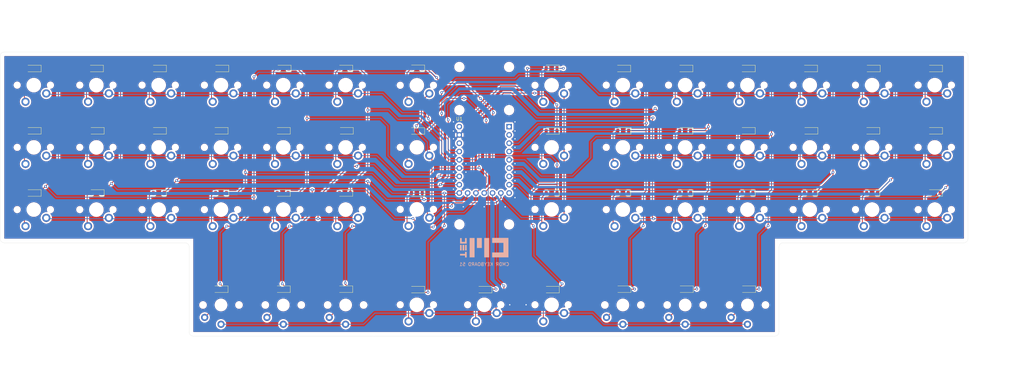
<source format=kicad_pcb>
(kicad_pcb
	(version 20240108)
	(generator "pcbnew")
	(generator_version "8.0")
	(general
		(thickness 1.6)
		(legacy_teardrops no)
	)
	(paper "A3")
	(layers
		(0 "F.Cu" signal)
		(1 "In1.Cu" power)
		(2 "In2.Cu" power)
		(31 "B.Cu" signal)
		(32 "B.Adhes" user "B.Adhesive")
		(33 "F.Adhes" user "F.Adhesive")
		(34 "B.Paste" user)
		(35 "F.Paste" user)
		(36 "B.SilkS" user "B.Silkscreen")
		(37 "F.SilkS" user "F.Silkscreen")
		(38 "B.Mask" user)
		(39 "F.Mask" user)
		(40 "Dwgs.User" user "User.Drawings")
		(41 "Cmts.User" user "User.Comments")
		(42 "Eco1.User" user "User.Eco1")
		(43 "Eco2.User" user "User.Eco2")
		(44 "Edge.Cuts" user)
		(45 "Margin" user)
		(46 "B.CrtYd" user "B.Courtyard")
		(47 "F.CrtYd" user "F.Courtyard")
		(48 "B.Fab" user)
		(49 "F.Fab" user)
	)
	(setup
		(stackup
			(layer "F.SilkS"
				(type "Top Silk Screen")
				(color "White")
			)
			(layer "F.Paste"
				(type "Top Solder Paste")
			)
			(layer "F.Mask"
				(type "Top Solder Mask")
				(color "Black")
				(thickness 0.01)
			)
			(layer "F.Cu"
				(type "copper")
				(thickness 0.035)
			)
			(layer "dielectric 1"
				(type "core")
				(thickness 0.48)
				(material "FR4")
				(epsilon_r 4.5)
				(loss_tangent 0.02)
			)
			(layer "In1.Cu"
				(type "copper")
				(thickness 0.035)
			)
			(layer "dielectric 2"
				(type "prepreg")
				(thickness 0.48)
				(material "FR4")
				(epsilon_r 4.5)
				(loss_tangent 0.02)
			)
			(layer "In2.Cu"
				(type "copper")
				(thickness 0.035)
			)
			(layer "dielectric 3"
				(type "core")
				(thickness 0.48)
				(material "FR4")
				(epsilon_r 4.5)
				(loss_tangent 0.02)
			)
			(layer "B.Cu"
				(type "copper")
				(thickness 0.035)
			)
			(layer "B.Mask"
				(type "Bottom Solder Mask")
				(color "Black")
				(thickness 0.01)
			)
			(layer "B.Paste"
				(type "Bottom Solder Paste")
			)
			(layer "B.SilkS"
				(type "Bottom Silk Screen")
				(color "White")
			)
			(copper_finish "None")
			(dielectric_constraints no)
		)
		(pad_to_mask_clearance 0.051)
		(solder_mask_min_width 0.25)
		(allow_soldermask_bridges_in_footprints no)
		(aux_axis_origin 62.23 107.95)
		(grid_origin 62.23 107.95)
		(pcbplotparams
			(layerselection 0x00010fc_fffffff9)
			(plot_on_all_layers_selection 0x0000000_00000000)
			(disableapertmacros no)
			(usegerberextensions yes)
			(usegerberattributes no)
			(usegerberadvancedattributes no)
			(creategerberjobfile no)
			(dashed_line_dash_ratio 12.000000)
			(dashed_line_gap_ratio 3.000000)
			(svgprecision 6)
			(plotframeref no)
			(viasonmask no)
			(mode 1)
			(useauxorigin no)
			(hpglpennumber 1)
			(hpglpenspeed 20)
			(hpglpendiameter 15.000000)
			(pdf_front_fp_property_popups yes)
			(pdf_back_fp_property_popups yes)
			(dxfpolygonmode yes)
			(dxfimperialunits yes)
			(dxfusepcbnewfont yes)
			(psnegative no)
			(psa4output no)
			(plotreference yes)
			(plotvalue no)
			(plotfptext yes)
			(plotinvisibletext no)
			(sketchpadsonfab no)
			(subtractmaskfromsilk yes)
			(outputformat 1)
			(mirror no)
			(drillshape 0)
			(scaleselection 1)
			(outputdirectory "gerber/")
		)
	)
	(net 0 "")
	(net 1 "+5V")
	(net 2 "Net-(D1-A)")
	(net 3 "Net-(D2-A)")
	(net 4 "Net-(D3-A)")
	(net 5 "/Col_A")
	(net 6 "Net-(D4-A)")
	(net 7 "Net-(D5-A)")
	(net 8 "Net-(D6-A)")
	(net 9 "Net-(D7-A)")
	(net 10 "/Col_B")
	(net 11 "Net-(D8-A)")
	(net 12 "Net-(D9-A)")
	(net 13 "Net-(D10-A)")
	(net 14 "Net-(D11-A)")
	(net 15 "Net-(D12-A)")
	(net 16 "/Col_C")
	(net 17 "Net-(D13-A)")
	(net 18 "Net-(D14-A)")
	(net 19 "Net-(D15-A)")
	(net 20 "Net-(D16-A)")
	(net 21 "Net-(D17-A)")
	(net 22 "/Col_D")
	(net 23 "Net-(D18-A)")
	(net 24 "Net-(D19-A)")
	(net 25 "Net-(D20-A)")
	(net 26 "Net-(D21-A)")
	(net 27 "/Col_E")
	(net 28 "Net-(D23-A)")
	(net 29 "Net-(D24-A)")
	(net 30 "Net-(D25-A)")
	(net 31 "Net-(D26-A)")
	(net 32 "/Col_F")
	(net 33 "Net-(D28-A)")
	(net 34 "Net-(D29-A)")
	(net 35 "Net-(D30-A)")
	(net 36 "Net-(D31-A)")
	(net 37 "/Col_G")
	(net 38 "Net-(D32-A)")
	(net 39 "Net-(D33-A)")
	(net 40 "Net-(D34-A)")
	(net 41 "Net-(D35-A)")
	(net 42 "/Col_H")
	(net 43 "Net-(D36-A)")
	(net 44 "Net-(D37-A)")
	(net 45 "Net-(D38-A)")
	(net 46 "Net-(D39-A)")
	(net 47 "Net-(D40-A)")
	(net 48 "/Col_I")
	(net 49 "Net-(D41-A)")
	(net 50 "Net-(D42-A)")
	(net 51 "Net-(D43-A)")
	(net 52 "/Col_J")
	(net 53 "Net-(D44-A)")
	(net 54 "/Col_K")
	(net 55 "/Col_L")
	(net 56 "GND")
	(net 57 "/Row_1")
	(net 58 "/Row_2")
	(net 59 "/Row_3")
	(net 60 "/Row_4")
	(net 61 "unconnected-(U1-3V3-Pad21)")
	(net 62 "Net-(D22-A)")
	(net 63 "Net-(D27-A)")
	(net 64 "Net-(D45-A)")
	(net 65 "Net-(D47-A)")
	(net 66 "Net-(D48-A)")
	(net 67 "Net-(D49-A)")
	(net 68 "Net-(D51-A)")
	(net 69 "Net-(D52-A)")
	(net 70 "Net-(D53-A)")
	(net 71 "/Row_5")
	(net 72 "unconnected-(U1-GP8-Pad9)")
	(net 73 "unconnected-(U1-GP1-Pad2)")
	(net 74 "unconnected-(U1-GP0-Pad1)")
	(footprint "Diode_SMD:D_SOD-123" (layer "F.Cu") (at 230.83 180.7 180))
	(footprint "PCM_Switch_Keyboard_Cherry_MX:SW_Cherry_MX_PCB_1.00u" (layer "F.Cu") (at 347.98 137.16 180))
	(footprint "Diode_SMD:D_SOD-123" (layer "F.Cu") (at 252.73 132.08 180))
	(footprint "PCM_Switch_Keyboard_Cherry_MX:SW_Cherry_MX_PCB_1.00u" (layer "F.Cu") (at 91.65318 156.21 180))
	(footprint "Diode_SMD:D_SOD-123" (layer "F.Cu") (at 91.44 113.03 180))
	(footprint "PCM_Switch_Keyboard_Cherry_MX:SW_Cherry_MX_PCB_1.00u" (layer "F.Cu") (at 91.65318 137.16 180))
	(footprint "Diode_SMD:D_SOD-123" (layer "F.Cu") (at 230.83 151.15 180))
	(footprint "Diode_SMD:D_SOD-123" (layer "F.Cu") (at 252.617081 113.03 180))
	(footprint "Diode_SMD:D_SOD-123" (layer "F.Cu") (at 271.667081 151.13 180))
	(footprint "PCM_Switch_Keyboard_Cherry_MX:SW_Cherry_MX_PCB_1.00u" (layer "F.Cu") (at 189.63 137.15 180))
	(footprint "Diode_SMD:D_SOD-123" (layer "F.Cu") (at 189.63 112.95 180))
	(footprint "PCM_Switch_Keyboard_Cherry_MX:SW_Cherry_MX_PCB_1.00u" (layer "F.Cu") (at 252.617081 118.11 180))
	(footprint "PCM_Switch_Keyboard_Cherry_MX:SW_Cherry_MX_PCB_1.00u" (layer "F.Cu") (at 148.80318 118.11 180))
	(footprint "PCM_Switch_Keyboard_Cherry_MX:SW_Cherry_MX_PCB_1.00u" (layer "F.Cu") (at 72.517 118.11 180))
	(footprint "Diode_SMD:D_SOD-123" (layer "F.Cu") (at 110.70318 113.03 180))
	(footprint "Diode_SMD:D_SOD-123" (layer "F.Cu") (at 290.83 180.594 180))
	(footprint "PCM_Switch_Keyboard_Cherry_MX:SW_Cherry_MX_PCB_1.00u" (layer "F.Cu") (at 110.70318 137.16 180))
	(footprint "PCM_Switch_Keyboard_Cherry_MX:SW_Cherry_MX_PCB_1.00u" (layer "F.Cu") (at 210.23 185.35 180))
	(footprint "MountingHole:MountingHole_2.7mm_M2.5" (layer "F.Cu") (at 202.63 125.75))
	(footprint "PCM_Switch_Keyboard_Cherry_MX:SW_Cherry_MX_PCB_1.00u" (layer "F.Cu") (at 347.98 118.11 180))
	(footprint "PCM_Switch_Keyboard_Cherry_MX:SW_Cherry_MX_PCB_1.00u" (layer "F.Cu") (at 129.75318 118.11 180))
	(footprint "PCM_Switch_Keyboard_Cherry_MX:SW_Cherry_MX_PCB_1.00u" (layer "F.Cu") (at 230.83 185.35 180))
	(footprint "PCM_Switch_Keyboard_Cherry_MX:SW_Cherry_MX_PCB_1.00u" (layer "F.Cu") (at 252.617081 137.16 180))
	(footprint "MountingHole:MountingHole_2.7mm_M2.5" (layer "F.Cu") (at 202.63 112.55))
	(footprint "Diode_SMD:D_SOD-123" (layer "F.Cu") (at 72.39 113.03 180))
	(footprint "PCM_Switch_Keyboard_Cherry_MX:SW_Cherry_MX_PCB_1.00u" (layer "F.Cu") (at 230.83 118.15 180))
	(footprint "Diode_SMD:D_SOD-123" (layer "F.Cu") (at 271.78 180.594 180))
	(footprint "Diode_SMD:D_SOD-123" (layer "F.Cu") (at 129.75318 151.13 180))
	(footprint "Diode_SMD:D_SOD-123" (layer "F.Cu") (at 189.63 180.7 180))
	(footprint "PCM_Switch_Keyboard_Cherry_MX:SW_Cherry_MX_PCB_1.00u" (layer "F.Cu") (at 167.85318 118.11 180))
	(footprint "PCM_Switch_Keyboard_Cherry_MX:SW_Cherry_MX_PCB_1.00u" (layer "F.Cu") (at 328.817081 118.11 180))
	(footprint "PCM_Switch_Keyboard_Kailh:SW_Kailh_Choc_V1_1.00u" (layer "F.Cu") (at 290.717081 185.42 180))
	(footprint "Diode_SMD:D_SOD-123" (layer "F.Cu") (at 129.54 132.08 180))
	(footprint "PCM_Switch_Keyboard_Cherry_MX:SW_Cherry_MX_PCB_1.00u" (layer "F.Cu") (at 290.717081 137.16 180))
	(footprint "PCM_Switch_Keyboard_Cherry_MX:SW_Cherry_MX_PCB_1.00u" (layer "F.Cu") (at 290.717081 118.11 180))
	(footprint "Diode_SMD:D_SOD-123" (layer "F.Cu") (at 129.54 180.594 180))
	(footprint "Diode_SMD:D_SOD-123"
		(layer "F.Cu")
		(uuid "558094bb-2b30-4815-b860-22d1f418cb7f")
		(at 309.767081 151.13 180)
		(descr "SOD-123")
		(tags "SOD-123")
		(property "Reference" "D38"
			(at 0 -2 0)
			(layer "F.SilkS")
			(hide yes)
			(uuid "a1937160-a8fc-4b6a-8581-171492d931eb")
			(effects
				(font
					(size 1 1)
					(thickness 0.15)
				)
			)
		)
		(property "Value" "1N4148W"
			(at 0 2.1 0)
			(layer "F.Fab")
			(hide yes)
			(uuid "92906296-d145-498d-a4c6-0692a211ab5b")
			(effects
				(font
					(size 1 1)
					(thickness 0.15)
				)
			)
		)
		(property "Footprint" "Diode_SMD:D_SOD-123"
			(at 0 0 180)
			(layer "F.Fab")
			(hide yes)
			(uuid "fe952a3b-b62a-4511-8c1a-7ab8faeaeb22")
			(effects
				(font
					(size 1.27 1.27)
					(thickness 0.15)
				)
			)
		)
		(property "Datasheet" "https://www.vishay.com/docs/85748/1n4148w.pdf"
			(at 0 0 180)
			(layer "F.Fab")
			(hide yes)
			(uuid "b720eaef-2d29-44ca-80f2-270f4ea600b2")
			(effects
				(font
					(size 1.27 1.27)
					(thickness 0.15)
				)
			)
		)
		(property "Description" ""
			(at 0 0 180)
			(layer "F.Fab")
			(hide yes)
			(uuid "417d1071-8824-464b-a7ee-7b05f8b163d2")
			(effects
				(font
					(size 1.27 1.27)
					(thickness 0.15)
				)
			)
		)
		(property ki_fp_filters "D*SOD?123*")
		(path "/1270895d-1fca-499a-8605-91e036d6e0c4")
		(sheetname "Root")
		(sheetfile "cmdr_mainboard.kicad_sch")
		(attr smd)
		(fp_line
			(start -2.36 1)
			(end 1.65 1)
			(stroke
				(width 0.12)
				(type solid)
			)
			(layer "F.SilkS")
			(uuid "eba74cc5-ffde-4b3c-8f5b-e3c1592d099a")
		)
		(fp_line
			(start -2.36 -1)
			(end 1.65 -1)
			(stroke
				(width 0.12)
				(type solid)
			)
			(layer "F.SilkS")
			(uuid "2b07c033-35f6-4592-ac4d-83d0cda9050c")
		)
		(fp_line
			(start -2.36 -1)
			(end -2.36 1)
			(stroke
				(width 0.12)
				(type solid)
			)
			(layer "F.SilkS")
			(uuid "f3eea004-180f-4529-960b-53e0fe7726cb")
		)
		(fp_line
			(start 2.35 1.15)
			(end -2.35 1.15)
			(stroke
				(width 0.05)
				(type solid)
			)
			(layer "F.CrtYd")
			(uuid "e5e2175a-0b4a-41d4-9d32-4651ee953baf")
		)
		(fp_line
			(start 2.35 -1.15)
			(end 2.35 1.15)
			(stroke
				(width 0.05)
				(type solid)
			)
			(layer "F.CrtYd")
			(uuid "79bdeea6-83e7-426a-851a-3e972685503e")
		)
		(fp_line
			(start -2.35 -1.15)
			(end 2.35 -1.15)
			(stroke
				(width 0.05)
				(type solid)
			)
			(layer "F.CrtYd")
			(uuid "7ec146d5-0126-4e80-8597-3ba6183fa273")
		)
		(fp_line
			(start -2.35 -1.15)
			(end -2.35 1.15)
			(stroke
				(width 0.05)
				(type solid)
			)
			(layer "F.CrtYd")
			(uuid "a27b0a69-aa8f-4c4b-b6c8-b29944a6f66d")
		)
		(fp_line
			(s
... [1916934 chars truncated]
</source>
